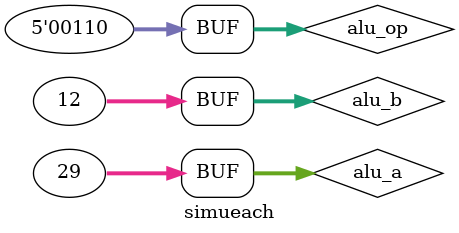
<source format=v>
`timescale 1ns / 1ps


module simueach;

	// Inputs
	reg [31:0] alu_a;
	reg [31:0] alu_b;
	reg [4:0] alu_op;

	// Outputs
	wire [31:0] alu_out;
	
	parameter A_NOP = 5'h00; //¿ÕÔËËã  
parameter A_ADD = 5'h01; //·ûºÅ¼Ó
parameter A_SUB = 5'h02; //·ûºÅ¼õ
parameter A_AND = 5'h03; //Óë
parameter A_OR  = 5'h04; //»ò
parameter A_XOR = 5'h05; //Òì»ò
parameter A_NOR = 5'h06; //»ò·Ç

	// Instantiate the Unit Under Test (UUT)
	top uut (
		.alu_a(alu_a), 
		.alu_b(alu_b), 
		.alu_op(alu_op), 
		.alu_out(alu_out)
	);

	initial begin
		// Initialize Inputs
		alu_a = 29;
		alu_b = 12;
		alu_op = A_NOP;

		// Wait 100 ns for global reset to finish
		#100;
      alu_op = A_ADD;
		#100;
		alu_op = A_SUB;
		#100;
		alu_op = A_AND;
		#100;
		alu_op = A_OR;
		#100;
		alu_op = A_XOR;
		#100;
		alu_op = A_NOR;
		// Add stimulus here

	end
      
endmodule


</source>
